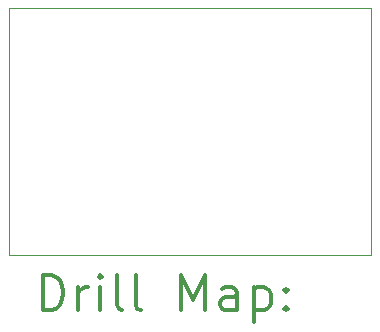
<source format=gbr>
%FSLAX45Y45*%
G04 Gerber Fmt 4.5, Leading zero omitted, Abs format (unit mm)*
G04 Created by KiCad (PCBNEW 5.1.10-88a1d61d58~88~ubuntu18.04.1) date 2021-09-27 18:21:13*
%MOMM*%
%LPD*%
G01*
G04 APERTURE LIST*
%TA.AperFunction,Profile*%
%ADD10C,0.050000*%
%TD*%
%ADD11C,0.200000*%
%ADD12C,0.300000*%
G04 APERTURE END LIST*
D10*
X10388600Y-4838700D02*
X7327900Y-4838700D01*
X10388600Y-6934200D02*
X10388600Y-4838700D01*
X7327900Y-6934200D02*
X10388600Y-6934200D01*
X7327900Y-4838700D02*
X7327900Y-6934200D01*
D11*
D12*
X7611828Y-7402414D02*
X7611828Y-7102414D01*
X7683257Y-7102414D01*
X7726114Y-7116700D01*
X7754686Y-7145271D01*
X7768971Y-7173843D01*
X7783257Y-7230986D01*
X7783257Y-7273843D01*
X7768971Y-7330986D01*
X7754686Y-7359557D01*
X7726114Y-7388129D01*
X7683257Y-7402414D01*
X7611828Y-7402414D01*
X7911828Y-7402414D02*
X7911828Y-7202414D01*
X7911828Y-7259557D02*
X7926114Y-7230986D01*
X7940400Y-7216700D01*
X7968971Y-7202414D01*
X7997543Y-7202414D01*
X8097543Y-7402414D02*
X8097543Y-7202414D01*
X8097543Y-7102414D02*
X8083257Y-7116700D01*
X8097543Y-7130986D01*
X8111828Y-7116700D01*
X8097543Y-7102414D01*
X8097543Y-7130986D01*
X8283257Y-7402414D02*
X8254686Y-7388129D01*
X8240400Y-7359557D01*
X8240400Y-7102414D01*
X8440400Y-7402414D02*
X8411828Y-7388129D01*
X8397543Y-7359557D01*
X8397543Y-7102414D01*
X8783257Y-7402414D02*
X8783257Y-7102414D01*
X8883257Y-7316700D01*
X8983257Y-7102414D01*
X8983257Y-7402414D01*
X9254686Y-7402414D02*
X9254686Y-7245271D01*
X9240400Y-7216700D01*
X9211828Y-7202414D01*
X9154686Y-7202414D01*
X9126114Y-7216700D01*
X9254686Y-7388129D02*
X9226114Y-7402414D01*
X9154686Y-7402414D01*
X9126114Y-7388129D01*
X9111828Y-7359557D01*
X9111828Y-7330986D01*
X9126114Y-7302414D01*
X9154686Y-7288129D01*
X9226114Y-7288129D01*
X9254686Y-7273843D01*
X9397543Y-7202414D02*
X9397543Y-7502414D01*
X9397543Y-7216700D02*
X9426114Y-7202414D01*
X9483257Y-7202414D01*
X9511828Y-7216700D01*
X9526114Y-7230986D01*
X9540400Y-7259557D01*
X9540400Y-7345271D01*
X9526114Y-7373843D01*
X9511828Y-7388129D01*
X9483257Y-7402414D01*
X9426114Y-7402414D01*
X9397543Y-7388129D01*
X9668971Y-7373843D02*
X9683257Y-7388129D01*
X9668971Y-7402414D01*
X9654686Y-7388129D01*
X9668971Y-7373843D01*
X9668971Y-7402414D01*
X9668971Y-7216700D02*
X9683257Y-7230986D01*
X9668971Y-7245271D01*
X9654686Y-7230986D01*
X9668971Y-7216700D01*
X9668971Y-7245271D01*
M02*

</source>
